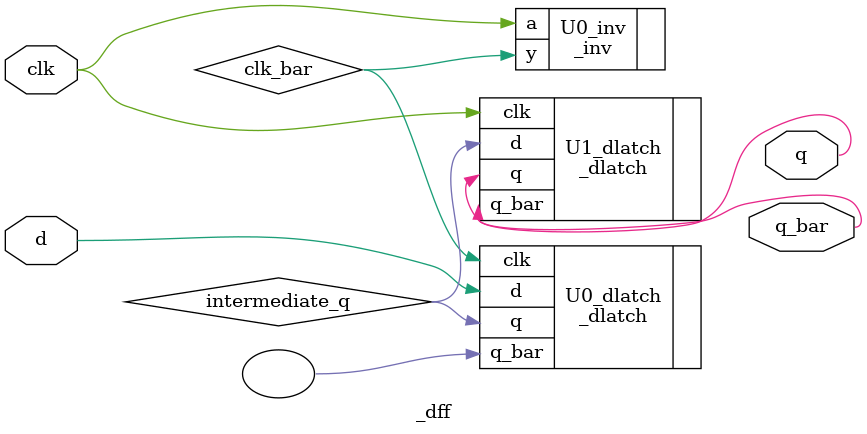
<source format=v>
module _dff(clk, d, q, q_bar);
    input clk, d;
    output q, q_bar;
    wire clk_bar, intermediate_q;

    // Invert the clock signal
    _inv U0_inv(.a(clk), .y(clk_bar));

    // Use inverted clock signal to create output
    _dlatch U0_dlatch(.clk(clk_bar), .d(d), .q(intermediate_q), .q_bar());

    // Use the original clock signal and output to get final outputs q and q_bar
    _dlatch U1_dlatch(.clk(clk), .d(intermediate_q), .q(q), .q_bar(q_bar));
endmodule


</source>
